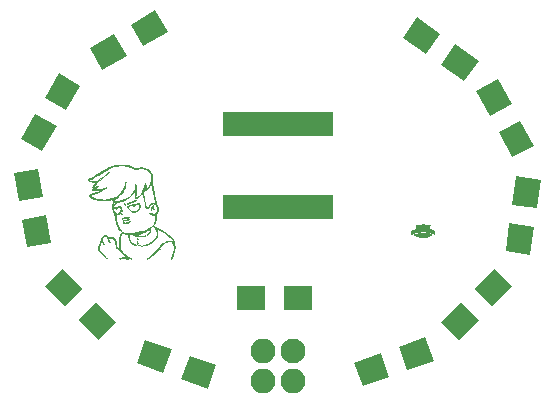
<source format=gbs>
G04 #@! TF.FileFunction,Soldermask,Bot*
%FSLAX46Y46*%
G04 Gerber Fmt 4.6, Leading zero omitted, Abs format (unit mm)*
G04 Created by KiCad (PCBNEW 4.0.7) date 06/18/18 14:14:14*
%MOMM*%
%LPD*%
G01*
G04 APERTURE LIST*
%ADD10C,0.100000*%
%ADD11C,0.010000*%
%ADD12C,2.100000*%
%ADD13O,2.100000X2.100000*%
%ADD14R,2.400000X2.000000*%
%ADD15R,0.831800X2.051000*%
G04 APERTURE END LIST*
D10*
D11*
G36*
X91040338Y-106516312D02*
X91156059Y-106702492D01*
X91219938Y-106920135D01*
X91227639Y-107141294D01*
X91174831Y-107338025D01*
X91169433Y-107348852D01*
X91127794Y-107444266D01*
X91082369Y-107569816D01*
X91040332Y-107701968D01*
X91008856Y-107817185D01*
X90995116Y-107891932D01*
X90999111Y-107907667D01*
X91027823Y-107873687D01*
X91044917Y-107833583D01*
X91073251Y-107756380D01*
X91121276Y-107629879D01*
X91169908Y-107503880D01*
X91258119Y-107190680D01*
X91270724Y-106902657D01*
X91231005Y-106709262D01*
X91201111Y-106589902D01*
X91211335Y-106515460D01*
X91228868Y-106488856D01*
X91233117Y-106476149D01*
X90953167Y-106416125D01*
X91040338Y-106516312D01*
X91040338Y-106516312D01*
G37*
X91040338Y-106516312D02*
X91156059Y-106702492D01*
X91219938Y-106920135D01*
X91227639Y-107141294D01*
X91174831Y-107338025D01*
X91169433Y-107348852D01*
X91127794Y-107444266D01*
X91082369Y-107569816D01*
X91040332Y-107701968D01*
X91008856Y-107817185D01*
X90995116Y-107891932D01*
X90999111Y-107907667D01*
X91027823Y-107873687D01*
X91044917Y-107833583D01*
X91073251Y-107756380D01*
X91121276Y-107629879D01*
X91169908Y-107503880D01*
X91258119Y-107190680D01*
X91270724Y-106902657D01*
X91231005Y-106709262D01*
X91201111Y-106589902D01*
X91211335Y-106515460D01*
X91228868Y-106488856D01*
X91233117Y-106476149D01*
X90953167Y-106416125D01*
X91040338Y-106516312D01*
G36*
X86417371Y-99971984D02*
X86193706Y-100010984D01*
X85966103Y-100080137D01*
X85721151Y-100184100D01*
X85445443Y-100327534D01*
X85125569Y-100515095D01*
X84872375Y-100672500D01*
X84573221Y-100856650D01*
X84331573Y-100994225D01*
X84137884Y-101090340D01*
X83982604Y-101150112D01*
X83978750Y-101151302D01*
X83912730Y-101197405D01*
X83918311Y-101260058D01*
X83989859Y-101321127D01*
X84037984Y-101341859D01*
X84154986Y-101367585D01*
X84314596Y-101384462D01*
X84427976Y-101388333D01*
X84684651Y-101388333D01*
X84485159Y-101590871D01*
X84354468Y-101735551D01*
X84293921Y-101833092D01*
X84303458Y-101883681D01*
X84383019Y-101887506D01*
X84391500Y-101885972D01*
X84478868Y-101876256D01*
X84487352Y-101892181D01*
X84416953Y-101928635D01*
X84391500Y-101938667D01*
X84312600Y-101992138D01*
X84285667Y-102048912D01*
X84294383Y-102081611D01*
X84330993Y-102099538D01*
X84411192Y-102104350D01*
X84550675Y-102097704D01*
X84666667Y-102089115D01*
X84834147Y-102078305D01*
X84964116Y-102074275D01*
X85037798Y-102077394D01*
X85047667Y-102081674D01*
X85010253Y-102115368D01*
X84909647Y-102167505D01*
X84763301Y-102230742D01*
X84588669Y-102297737D01*
X84403202Y-102361148D01*
X84328000Y-102384430D01*
X84167432Y-102439431D01*
X84051982Y-102492904D01*
X83999414Y-102536466D01*
X83998280Y-102540050D01*
X84026944Y-102595858D01*
X84119964Y-102667623D01*
X84260848Y-102746157D01*
X84433104Y-102822276D01*
X84620240Y-102886792D01*
X84621434Y-102887143D01*
X84816423Y-102925655D01*
X85062009Y-102947470D01*
X85325657Y-102951948D01*
X85574833Y-102938451D01*
X85763489Y-102909571D01*
X85878200Y-102887891D01*
X85957271Y-102891895D01*
X86005195Y-102932461D01*
X86026462Y-103020467D01*
X86025566Y-103166793D01*
X86006997Y-103382317D01*
X85997206Y-103475622D01*
X85986493Y-103626131D01*
X85999226Y-103730977D01*
X86043019Y-103827673D01*
X86080809Y-103887511D01*
X86175957Y-104094405D01*
X86233293Y-104353733D01*
X86268262Y-104568684D01*
X86309766Y-104775241D01*
X86353640Y-104957160D01*
X86395722Y-105098198D01*
X86431846Y-105182110D01*
X86449813Y-105198333D01*
X86480404Y-105233702D01*
X86487000Y-105279986D01*
X86514733Y-105356413D01*
X86585488Y-105460947D01*
X86637966Y-105521708D01*
X86788932Y-105681779D01*
X86690883Y-105852806D01*
X86648853Y-105934344D01*
X86620795Y-106017665D01*
X86603958Y-106122134D01*
X86595587Y-106267114D01*
X86592929Y-106471967D01*
X86592833Y-106542417D01*
X86590641Y-106777137D01*
X86581737Y-106935273D01*
X86562627Y-107024848D01*
X86529820Y-107053882D01*
X86479824Y-107030398D01*
X86409713Y-106963021D01*
X86340872Y-106850047D01*
X86317825Y-106693138D01*
X86317667Y-106674976D01*
X86294370Y-106500428D01*
X86216027Y-106326056D01*
X86191599Y-106286121D01*
X86112950Y-106170937D01*
X86048108Y-106111609D01*
X85969897Y-106089904D01*
X85895266Y-106087333D01*
X85779973Y-106086604D01*
X85703844Y-106084791D01*
X85694308Y-106084158D01*
X85654494Y-106113771D01*
X85647352Y-106129779D01*
X85664658Y-106157999D01*
X85750286Y-106159217D01*
X85815784Y-106150877D01*
X85940805Y-106139747D01*
X86020324Y-106160506D01*
X86089710Y-106221673D01*
X86200121Y-106399562D01*
X86263522Y-106626260D01*
X86275333Y-106781967D01*
X86288103Y-106910799D01*
X86334751Y-106988282D01*
X86370583Y-107014825D01*
X86440183Y-107066030D01*
X86555727Y-107159644D01*
X86700127Y-107281548D01*
X86831162Y-107395425D01*
X87196491Y-107717167D01*
X86974106Y-107742762D01*
X86825412Y-107770903D01*
X86697386Y-107813683D01*
X86652274Y-107838012D01*
X86596582Y-107888050D01*
X86609779Y-107905993D01*
X86681714Y-107890095D01*
X86763312Y-107857109D01*
X86866751Y-107827724D01*
X86952593Y-107855479D01*
X86955229Y-107857109D01*
X87040865Y-107886099D01*
X87165898Y-107902751D01*
X87300330Y-107906385D01*
X87414164Y-107896325D01*
X87477403Y-107871894D01*
X87479599Y-107868949D01*
X87463946Y-107828161D01*
X87403855Y-107794866D01*
X87330225Y-107751598D01*
X87214595Y-107664539D01*
X87076027Y-107548547D01*
X86996388Y-107477291D01*
X86843524Y-107330123D01*
X86738269Y-107203301D01*
X86671749Y-107074760D01*
X86635087Y-106922438D01*
X86619409Y-106724271D01*
X86616080Y-106531833D01*
X86633247Y-106224332D01*
X86689051Y-105988912D01*
X86776048Y-105831818D01*
X86823782Y-105780773D01*
X86875855Y-105759617D01*
X86958488Y-105765118D01*
X87092493Y-105792834D01*
X87333667Y-105846806D01*
X87333667Y-106006647D01*
X87371008Y-106255595D01*
X87481823Y-106464873D01*
X87516403Y-106505668D01*
X87616493Y-106588636D01*
X87751736Y-106669782D01*
X87890115Y-106732596D01*
X87999616Y-106760564D01*
X88011000Y-106760754D01*
X88016472Y-106747417D01*
X87955973Y-106716199D01*
X87913928Y-106699769D01*
X87672693Y-106574957D01*
X87501531Y-106404534D01*
X87402332Y-106191027D01*
X87376000Y-105980643D01*
X87382681Y-105881710D01*
X87420057Y-105841287D01*
X87514123Y-105833345D01*
X87523144Y-105833333D01*
X87661898Y-105856444D01*
X87800020Y-105912603D01*
X87808894Y-105917842D01*
X87922466Y-105973848D01*
X88020779Y-106001287D01*
X88032167Y-106001860D01*
X88087200Y-105994900D01*
X88063990Y-105968097D01*
X88054520Y-105961962D01*
X88018850Y-105927061D01*
X88058778Y-105899268D01*
X88075687Y-105893036D01*
X88402364Y-105772119D01*
X88668742Y-105662139D01*
X88866541Y-105566665D01*
X88953666Y-105514586D01*
X89084313Y-105444324D01*
X89167063Y-105436097D01*
X89198674Y-105480008D01*
X89175904Y-105566160D01*
X89095509Y-105684654D01*
X89031981Y-105753647D01*
X88939181Y-105852301D01*
X88899296Y-105906999D01*
X88913779Y-105912156D01*
X88984087Y-105862186D01*
X89009037Y-105841698D01*
X89148451Y-105691042D01*
X89218229Y-105535936D01*
X89219236Y-105417903D01*
X89213331Y-105320599D01*
X89262175Y-105252312D01*
X89305351Y-105221307D01*
X89397004Y-105173814D01*
X89472786Y-105179601D01*
X89522859Y-105203164D01*
X89647025Y-105313729D01*
X89734094Y-105478124D01*
X89778886Y-105671755D01*
X89776220Y-105870031D01*
X89720916Y-106048360D01*
X89706363Y-106074175D01*
X89520728Y-106305960D01*
X89273706Y-106507305D01*
X88987029Y-106663891D01*
X88682430Y-106761399D01*
X88655294Y-106766711D01*
X88455500Y-106803702D01*
X88650508Y-106790069D01*
X88868969Y-106746151D01*
X89101392Y-106651730D01*
X89328599Y-106519795D01*
X89531416Y-106363334D01*
X89690665Y-106195337D01*
X89787172Y-106028792D01*
X89791089Y-106017504D01*
X89819401Y-105856224D01*
X89818208Y-105666866D01*
X89789177Y-105494650D01*
X89769809Y-105439937D01*
X89755856Y-105398221D01*
X89774990Y-105386697D01*
X89843431Y-105405734D01*
X89946508Y-105443945D01*
X90202327Y-105567153D01*
X90477947Y-105743885D01*
X90748562Y-105955704D01*
X90989365Y-106184171D01*
X91081309Y-106287403D01*
X91234821Y-106471053D01*
X91241305Y-106451661D01*
X91219592Y-106397505D01*
X91155767Y-106315446D01*
X91041869Y-106194540D01*
X90942414Y-106095072D01*
X90629626Y-105814630D01*
X90318108Y-105589913D01*
X90021441Y-105430287D01*
X89920827Y-105390536D01*
X89769296Y-105321005D01*
X89623573Y-105230140D01*
X89604818Y-105215758D01*
X89462640Y-105102312D01*
X89572450Y-104906906D01*
X89639545Y-104764617D01*
X89673185Y-104620241D01*
X89682706Y-104433421D01*
X89682713Y-104430194D01*
X89689315Y-104258871D01*
X89712236Y-104146406D01*
X89757160Y-104067660D01*
X89767370Y-104055846D01*
X89820141Y-103949327D01*
X89847623Y-103795739D01*
X89848768Y-103673073D01*
X89792323Y-103673073D01*
X89780141Y-103842907D01*
X89724134Y-103979250D01*
X89706200Y-104001244D01*
X89571386Y-104094714D01*
X89416499Y-104124807D01*
X89270589Y-104086660D01*
X89254440Y-104076859D01*
X89172639Y-104033511D01*
X89125547Y-104027360D01*
X89125226Y-104027662D01*
X89137611Y-104060532D01*
X89207170Y-104102961D01*
X89308848Y-104144340D01*
X89417590Y-104174064D01*
X89490565Y-104182333D01*
X89619667Y-104182333D01*
X89619667Y-104444134D01*
X89588941Y-104723413D01*
X89492757Y-104954645D01*
X89325103Y-105150068D01*
X89238903Y-105219326D01*
X89056188Y-105343280D01*
X88869559Y-105445837D01*
X88663367Y-105532596D01*
X88421963Y-105609156D01*
X88129698Y-105681116D01*
X87770922Y-105754075D01*
X87714667Y-105764655D01*
X87592628Y-105776048D01*
X87437993Y-105775440D01*
X87277285Y-105764897D01*
X87137026Y-105746487D01*
X87043739Y-105722278D01*
X87024961Y-105710894D01*
X86943368Y-105669134D01*
X86905166Y-105664000D01*
X86834417Y-105631531D01*
X86741004Y-105549844D01*
X86645495Y-105442523D01*
X86568453Y-105333148D01*
X86530445Y-105245301D01*
X86529333Y-105233047D01*
X86511638Y-105168482D01*
X86490527Y-105156000D01*
X86463826Y-105117630D01*
X86427733Y-105015968D01*
X86387077Y-104871185D01*
X86346687Y-104703453D01*
X86311392Y-104532945D01*
X86286020Y-104379831D01*
X86275401Y-104264284D01*
X86275333Y-104257047D01*
X86281693Y-104159217D01*
X86312247Y-104124154D01*
X86377395Y-104128918D01*
X86488897Y-104127618D01*
X86555084Y-104106105D01*
X86665984Y-104086385D01*
X86728189Y-104100843D01*
X86808146Y-104123925D01*
X86818166Y-104110357D01*
X86760435Y-104067836D01*
X86710980Y-104040280D01*
X86596294Y-103980190D01*
X86742730Y-103886257D01*
X86816508Y-103834567D01*
X86834018Y-103812296D01*
X86820215Y-103814698D01*
X86772185Y-103810676D01*
X86742717Y-103748607D01*
X86740302Y-103734808D01*
X86696887Y-103734808D01*
X86689540Y-103829710D01*
X86665014Y-103882965D01*
X86655286Y-103886000D01*
X86609784Y-103921043D01*
X86571667Y-103991833D01*
X86515917Y-104075566D01*
X86428660Y-104092780D01*
X86308300Y-104053007D01*
X86216608Y-103986588D01*
X86127991Y-103884528D01*
X86060606Y-103773459D01*
X86032607Y-103680014D01*
X86036309Y-103654034D01*
X86084539Y-103611462D01*
X86164667Y-103591104D01*
X86240363Y-103596308D01*
X86275295Y-103630423D01*
X86275333Y-103632000D01*
X86309622Y-103669557D01*
X86338833Y-103674333D01*
X86395162Y-103650994D01*
X86402333Y-103631092D01*
X86436713Y-103583964D01*
X86511198Y-103538249D01*
X86597799Y-103510266D01*
X86647148Y-103533567D01*
X86658717Y-103549740D01*
X86686723Y-103630679D01*
X86696887Y-103734808D01*
X86740302Y-103734808D01*
X86728525Y-103667539D01*
X86709055Y-103555222D01*
X86688523Y-103483954D01*
X86683367Y-103475589D01*
X86633462Y-103471066D01*
X86524028Y-103480674D01*
X86378634Y-103502335D01*
X86376867Y-103502642D01*
X86218257Y-103526766D01*
X86123024Y-103530440D01*
X86072302Y-103513318D01*
X86057707Y-103496806D01*
X86030035Y-103442232D01*
X86038578Y-103398061D01*
X86095540Y-103346322D01*
X86211833Y-103269863D01*
X86318345Y-103197645D01*
X86387485Y-103141375D01*
X86402333Y-103121012D01*
X86440169Y-103099505D01*
X86464869Y-103093598D01*
X86375818Y-103093598D01*
X86259715Y-103193465D01*
X86157137Y-103268440D01*
X86091025Y-103290269D01*
X86071885Y-103257024D01*
X86080304Y-103226371D01*
X86103432Y-103136293D01*
X86106000Y-103106703D01*
X86143157Y-103071329D01*
X86240909Y-103073797D01*
X86375818Y-103093598D01*
X86464869Y-103093598D01*
X86536547Y-103076457D01*
X86605224Y-103065660D01*
X86868791Y-103000768D01*
X87137305Y-102882366D01*
X87392626Y-102723365D01*
X87616611Y-102536674D01*
X87791117Y-102335204D01*
X87891466Y-102150333D01*
X87962432Y-101959833D01*
X87965550Y-102111523D01*
X87958662Y-102241001D01*
X87937634Y-102406272D01*
X87920287Y-102504115D01*
X87897743Y-102637447D01*
X87889302Y-102734031D01*
X87894125Y-102767236D01*
X87961807Y-102779242D01*
X88072561Y-102739740D01*
X88209453Y-102656950D01*
X88345910Y-102547838D01*
X88447443Y-102458107D01*
X88515119Y-102413691D01*
X88559612Y-102422640D01*
X88591598Y-102492998D01*
X88621753Y-102632815D01*
X88647250Y-102774984D01*
X88675932Y-102919760D01*
X88701780Y-103021997D01*
X88719886Y-103062801D01*
X88721867Y-103062244D01*
X88723131Y-103014641D01*
X88709763Y-102903967D01*
X88684416Y-102750037D01*
X88669193Y-102668764D01*
X88635484Y-102488233D01*
X88619245Y-102363292D01*
X88621098Y-102266556D01*
X88641665Y-102170641D01*
X88681566Y-102048163D01*
X88683396Y-102042837D01*
X88730339Y-101908906D01*
X88756437Y-101848598D01*
X88767987Y-101855335D01*
X88771285Y-101922543D01*
X88771582Y-101950739D01*
X88776884Y-102052439D01*
X88798527Y-102086619D01*
X88848863Y-102070333D01*
X88855619Y-102066763D01*
X88921759Y-102010690D01*
X89014315Y-101907075D01*
X89108762Y-101784412D01*
X89206211Y-101659487D01*
X89271995Y-101599573D01*
X89299877Y-101604888D01*
X89314253Y-101664504D01*
X89340945Y-101792211D01*
X89376915Y-101972838D01*
X89419127Y-102191215D01*
X89451435Y-102362000D01*
X89496553Y-102600057D01*
X89537839Y-102813137D01*
X89572170Y-102985484D01*
X89596422Y-103101339D01*
X89605717Y-103140348D01*
X89610756Y-103194875D01*
X89565465Y-103202567D01*
X89516890Y-103192050D01*
X89370493Y-103193973D01*
X89222036Y-103255740D01*
X89104744Y-103360231D01*
X89068103Y-103423303D01*
X89002332Y-103517968D01*
X88922582Y-103554918D01*
X88851994Y-103533465D01*
X88813704Y-103452921D01*
X88811991Y-103430917D01*
X88803350Y-103365195D01*
X88787139Y-103368144D01*
X88786691Y-103369233D01*
X88778955Y-103451503D01*
X88789324Y-103521943D01*
X88827892Y-103593755D01*
X88910987Y-103615648D01*
X88941528Y-103615377D01*
X89039530Y-103594707D01*
X89069237Y-103539110D01*
X89095545Y-103460367D01*
X89159751Y-103362621D01*
X89169681Y-103350727D01*
X89302376Y-103252516D01*
X89452811Y-103228312D01*
X89598737Y-103277764D01*
X89688657Y-103358950D01*
X89761542Y-103501253D01*
X89792323Y-103673073D01*
X89848768Y-103673073D01*
X89849191Y-103627871D01*
X89824219Y-103478513D01*
X89780085Y-103388764D01*
X89756758Y-103361286D01*
X89737123Y-103331713D01*
X89718550Y-103289625D01*
X89698407Y-103224602D01*
X89674065Y-103126224D01*
X89642891Y-102984071D01*
X89602254Y-102787724D01*
X89549525Y-102526762D01*
X89499448Y-102277333D01*
X89457057Y-102069262D01*
X89415371Y-101870029D01*
X89380387Y-101708047D01*
X89364845Y-101639440D01*
X89342398Y-101387987D01*
X89358573Y-101271929D01*
X89372432Y-101065461D01*
X89306069Y-101065461D01*
X89300044Y-101199714D01*
X89265372Y-101340555D01*
X89220496Y-101460721D01*
X89157564Y-101590580D01*
X89084865Y-101718394D01*
X89010688Y-101832425D01*
X88943323Y-101920936D01*
X88891059Y-101972189D01*
X88862184Y-101974445D01*
X88864989Y-101915969D01*
X88868202Y-101902953D01*
X88872460Y-101832004D01*
X88853704Y-101811667D01*
X88828166Y-101774485D01*
X88815603Y-101683256D01*
X88815333Y-101665998D01*
X88804116Y-101560554D01*
X88776735Y-101497041D01*
X88773000Y-101494167D01*
X88743260Y-101510982D01*
X88730720Y-101594155D01*
X88730667Y-101601569D01*
X88704887Y-101812057D01*
X88634501Y-102030946D01*
X88529937Y-102242448D01*
X88401625Y-102430774D01*
X88259993Y-102580134D01*
X88115472Y-102674738D01*
X88004875Y-102700388D01*
X87962130Y-102687884D01*
X87954339Y-102635389D01*
X87972115Y-102541917D01*
X87992983Y-102397878D01*
X88003381Y-102211210D01*
X88003430Y-102012336D01*
X87993254Y-101831678D01*
X87972974Y-101699659D01*
X87968667Y-101684667D01*
X87947218Y-101628532D01*
X87936230Y-101641045D01*
X87931229Y-101729701D01*
X87930763Y-101748167D01*
X87887773Y-102016747D01*
X87780512Y-102277122D01*
X87622948Y-102496202D01*
X87608833Y-102510708D01*
X87434682Y-102655064D01*
X87223588Y-102783214D01*
X86991493Y-102890317D01*
X86754337Y-102971531D01*
X86528064Y-103022015D01*
X86328614Y-103036929D01*
X86171929Y-103011431D01*
X86098750Y-102969272D01*
X86030773Y-102888801D01*
X86039854Y-102841205D01*
X86111184Y-102827667D01*
X86172868Y-102835884D01*
X86162714Y-102875059D01*
X86142934Y-102901373D01*
X86139294Y-102916567D01*
X86185179Y-102886242D01*
X86267231Y-102821575D01*
X86285228Y-102806500D01*
X86233000Y-102806500D01*
X86211833Y-102827667D01*
X86190667Y-102806500D01*
X86211833Y-102785333D01*
X86233000Y-102806500D01*
X86285228Y-102806500D01*
X86372091Y-102733743D01*
X86486404Y-102633922D01*
X86596810Y-102533290D01*
X86686359Y-102446667D01*
X86799448Y-102311973D01*
X86904251Y-102155134D01*
X86930172Y-102108000D01*
X86981207Y-101988426D01*
X87031313Y-101839060D01*
X87074614Y-101682843D01*
X87105233Y-101542714D01*
X87117295Y-101441613D01*
X87110294Y-101404849D01*
X87093168Y-101432500D01*
X87067035Y-101523443D01*
X87039161Y-101650212D01*
X86934178Y-101996570D01*
X86767761Y-102291986D01*
X86544517Y-102530001D01*
X86296500Y-102690952D01*
X86001653Y-102802270D01*
X85660499Y-102874717D01*
X85301371Y-102905973D01*
X84952602Y-102893719D01*
X84642528Y-102835637D01*
X84618209Y-102828308D01*
X84449664Y-102768414D01*
X84295089Y-102700805D01*
X84168690Y-102633570D01*
X84084674Y-102574796D01*
X84057246Y-102532569D01*
X84074000Y-102518500D01*
X84146817Y-102497189D01*
X84271275Y-102460835D01*
X84391500Y-102425751D01*
X84594587Y-102355634D01*
X84814801Y-102262127D01*
X85026257Y-102157808D01*
X85203071Y-102055258D01*
X85217831Y-102044500D01*
X85132333Y-102044500D01*
X85111167Y-102065667D01*
X85090000Y-102044500D01*
X85111167Y-102023333D01*
X85132333Y-102044500D01*
X85217831Y-102044500D01*
X85301667Y-101983396D01*
X85364644Y-101925943D01*
X85364004Y-101914680D01*
X85316772Y-101935346D01*
X85236466Y-101959003D01*
X85098974Y-101985551D01*
X84927540Y-102012013D01*
X84745407Y-102035417D01*
X84575817Y-102052788D01*
X84442013Y-102061153D01*
X84367238Y-102057536D01*
X84365642Y-102057047D01*
X84372358Y-102029891D01*
X84439653Y-101975117D01*
X84553100Y-101904386D01*
X84557825Y-101901710D01*
X84690578Y-101820994D01*
X84764456Y-101764001D01*
X84775433Y-101736136D01*
X84719483Y-101742803D01*
X84661955Y-101761950D01*
X84506226Y-101816366D01*
X84413689Y-101837817D01*
X84384002Y-101821131D01*
X84416821Y-101761138D01*
X84511803Y-101652666D01*
X84645500Y-101514057D01*
X84826984Y-101337420D01*
X85032947Y-101149848D01*
X85231034Y-100980351D01*
X85321208Y-100908196D01*
X85516706Y-100756131D01*
X85648614Y-100651248D01*
X85721058Y-100589903D01*
X85738161Y-100568452D01*
X85704049Y-100583251D01*
X85661500Y-100607551D01*
X85533701Y-100691767D01*
X85365372Y-100815000D01*
X85179123Y-100959854D01*
X84997560Y-101108934D01*
X84899500Y-101193864D01*
X84799507Y-101276487D01*
X84714021Y-101321521D01*
X84609983Y-101340080D01*
X84455000Y-101343278D01*
X84288379Y-101333908D01*
X84137358Y-101310730D01*
X84052833Y-101285662D01*
X83971885Y-101245521D01*
X83962186Y-101220581D01*
X84010500Y-101197198D01*
X84186854Y-101125630D01*
X84359689Y-101043197D01*
X84549594Y-100938930D01*
X84777160Y-100801864D01*
X84914709Y-100715573D01*
X85288361Y-100486018D01*
X85608649Y-100306401D01*
X85887221Y-100172418D01*
X86135722Y-100079766D01*
X86365800Y-100024141D01*
X86589100Y-100001241D01*
X86817271Y-100006760D01*
X86830204Y-100007804D01*
X87212513Y-100062294D01*
X87523886Y-100156741D01*
X87737516Y-100270375D01*
X87840751Y-100335867D01*
X87911123Y-100357028D01*
X87984558Y-100338883D01*
X88041493Y-100312911D01*
X88056038Y-100308833D01*
X87926333Y-100308833D01*
X87905167Y-100330000D01*
X87884000Y-100308833D01*
X87905167Y-100287667D01*
X87926333Y-100308833D01*
X88056038Y-100308833D01*
X88256669Y-100252584D01*
X88501891Y-100252724D01*
X88749445Y-100311896D01*
X88849066Y-100354809D01*
X89037412Y-100470856D01*
X89164294Y-100610562D01*
X89248543Y-100798170D01*
X89278177Y-100907273D01*
X89306069Y-101065461D01*
X89372432Y-101065461D01*
X89375539Y-101019175D01*
X89321640Y-100767250D01*
X89204578Y-100541758D01*
X89104528Y-100427270D01*
X88911146Y-100298380D01*
X88668537Y-100214599D01*
X88402312Y-100181443D01*
X88138079Y-100204422D01*
X88104508Y-100211992D01*
X88001693Y-100231678D01*
X87912613Y-100229145D01*
X87808968Y-100199084D01*
X87662456Y-100136191D01*
X87636425Y-100124240D01*
X87482879Y-100059296D01*
X87341094Y-100016225D01*
X87181609Y-99988632D01*
X86974962Y-99970121D01*
X86906522Y-99965807D01*
X86650506Y-99958478D01*
X86417371Y-99971984D01*
X86417371Y-99971984D01*
G37*
X86417371Y-99971984D02*
X86193706Y-100010984D01*
X85966103Y-100080137D01*
X85721151Y-100184100D01*
X85445443Y-100327534D01*
X85125569Y-100515095D01*
X84872375Y-100672500D01*
X84573221Y-100856650D01*
X84331573Y-100994225D01*
X84137884Y-101090340D01*
X83982604Y-101150112D01*
X83978750Y-101151302D01*
X83912730Y-101197405D01*
X83918311Y-101260058D01*
X83989859Y-101321127D01*
X84037984Y-101341859D01*
X84154986Y-101367585D01*
X84314596Y-101384462D01*
X84427976Y-101388333D01*
X84684651Y-101388333D01*
X84485159Y-101590871D01*
X84354468Y-101735551D01*
X84293921Y-101833092D01*
X84303458Y-101883681D01*
X84383019Y-101887506D01*
X84391500Y-101885972D01*
X84478868Y-101876256D01*
X84487352Y-101892181D01*
X84416953Y-101928635D01*
X84391500Y-101938667D01*
X84312600Y-101992138D01*
X84285667Y-102048912D01*
X84294383Y-102081611D01*
X84330993Y-102099538D01*
X84411192Y-102104350D01*
X84550675Y-102097704D01*
X84666667Y-102089115D01*
X84834147Y-102078305D01*
X84964116Y-102074275D01*
X85037798Y-102077394D01*
X85047667Y-102081674D01*
X85010253Y-102115368D01*
X84909647Y-102167505D01*
X84763301Y-102230742D01*
X84588669Y-102297737D01*
X84403202Y-102361148D01*
X84328000Y-102384430D01*
X84167432Y-102439431D01*
X84051982Y-102492904D01*
X83999414Y-102536466D01*
X83998280Y-102540050D01*
X84026944Y-102595858D01*
X84119964Y-102667623D01*
X84260848Y-102746157D01*
X84433104Y-102822276D01*
X84620240Y-102886792D01*
X84621434Y-102887143D01*
X84816423Y-102925655D01*
X85062009Y-102947470D01*
X85325657Y-102951948D01*
X85574833Y-102938451D01*
X85763489Y-102909571D01*
X85878200Y-102887891D01*
X85957271Y-102891895D01*
X86005195Y-102932461D01*
X86026462Y-103020467D01*
X86025566Y-103166793D01*
X86006997Y-103382317D01*
X85997206Y-103475622D01*
X85986493Y-103626131D01*
X85999226Y-103730977D01*
X86043019Y-103827673D01*
X86080809Y-103887511D01*
X86175957Y-104094405D01*
X86233293Y-104353733D01*
X86268262Y-104568684D01*
X86309766Y-104775241D01*
X86353640Y-104957160D01*
X86395722Y-105098198D01*
X86431846Y-105182110D01*
X86449813Y-105198333D01*
X86480404Y-105233702D01*
X86487000Y-105279986D01*
X86514733Y-105356413D01*
X86585488Y-105460947D01*
X86637966Y-105521708D01*
X86788932Y-105681779D01*
X86690883Y-105852806D01*
X86648853Y-105934344D01*
X86620795Y-106017665D01*
X86603958Y-106122134D01*
X86595587Y-106267114D01*
X86592929Y-106471967D01*
X86592833Y-106542417D01*
X86590641Y-106777137D01*
X86581737Y-106935273D01*
X86562627Y-107024848D01*
X86529820Y-107053882D01*
X86479824Y-107030398D01*
X86409713Y-106963021D01*
X86340872Y-106850047D01*
X86317825Y-106693138D01*
X86317667Y-106674976D01*
X86294370Y-106500428D01*
X86216027Y-106326056D01*
X86191599Y-106286121D01*
X86112950Y-106170937D01*
X86048108Y-106111609D01*
X85969897Y-106089904D01*
X85895266Y-106087333D01*
X85779973Y-106086604D01*
X85703844Y-106084791D01*
X85694308Y-106084158D01*
X85654494Y-106113771D01*
X85647352Y-106129779D01*
X85664658Y-106157999D01*
X85750286Y-106159217D01*
X85815784Y-106150877D01*
X85940805Y-106139747D01*
X86020324Y-106160506D01*
X86089710Y-106221673D01*
X86200121Y-106399562D01*
X86263522Y-106626260D01*
X86275333Y-106781967D01*
X86288103Y-106910799D01*
X86334751Y-106988282D01*
X86370583Y-107014825D01*
X86440183Y-107066030D01*
X86555727Y-107159644D01*
X86700127Y-107281548D01*
X86831162Y-107395425D01*
X87196491Y-107717167D01*
X86974106Y-107742762D01*
X86825412Y-107770903D01*
X86697386Y-107813683D01*
X86652274Y-107838012D01*
X86596582Y-107888050D01*
X86609779Y-107905993D01*
X86681714Y-107890095D01*
X86763312Y-107857109D01*
X86866751Y-107827724D01*
X86952593Y-107855479D01*
X86955229Y-107857109D01*
X87040865Y-107886099D01*
X87165898Y-107902751D01*
X87300330Y-107906385D01*
X87414164Y-107896325D01*
X87477403Y-107871894D01*
X87479599Y-107868949D01*
X87463946Y-107828161D01*
X87403855Y-107794866D01*
X87330225Y-107751598D01*
X87214595Y-107664539D01*
X87076027Y-107548547D01*
X86996388Y-107477291D01*
X86843524Y-107330123D01*
X86738269Y-107203301D01*
X86671749Y-107074760D01*
X86635087Y-106922438D01*
X86619409Y-106724271D01*
X86616080Y-106531833D01*
X86633247Y-106224332D01*
X86689051Y-105988912D01*
X86776048Y-105831818D01*
X86823782Y-105780773D01*
X86875855Y-105759617D01*
X86958488Y-105765118D01*
X87092493Y-105792834D01*
X87333667Y-105846806D01*
X87333667Y-106006647D01*
X87371008Y-106255595D01*
X87481823Y-106464873D01*
X87516403Y-106505668D01*
X87616493Y-106588636D01*
X87751736Y-106669782D01*
X87890115Y-106732596D01*
X87999616Y-106760564D01*
X88011000Y-106760754D01*
X88016472Y-106747417D01*
X87955973Y-106716199D01*
X87913928Y-106699769D01*
X87672693Y-106574957D01*
X87501531Y-106404534D01*
X87402332Y-106191027D01*
X87376000Y-105980643D01*
X87382681Y-105881710D01*
X87420057Y-105841287D01*
X87514123Y-105833345D01*
X87523144Y-105833333D01*
X87661898Y-105856444D01*
X87800020Y-105912603D01*
X87808894Y-105917842D01*
X87922466Y-105973848D01*
X88020779Y-106001287D01*
X88032167Y-106001860D01*
X88087200Y-105994900D01*
X88063990Y-105968097D01*
X88054520Y-105961962D01*
X88018850Y-105927061D01*
X88058778Y-105899268D01*
X88075687Y-105893036D01*
X88402364Y-105772119D01*
X88668742Y-105662139D01*
X88866541Y-105566665D01*
X88953666Y-105514586D01*
X89084313Y-105444324D01*
X89167063Y-105436097D01*
X89198674Y-105480008D01*
X89175904Y-105566160D01*
X89095509Y-105684654D01*
X89031981Y-105753647D01*
X88939181Y-105852301D01*
X88899296Y-105906999D01*
X88913779Y-105912156D01*
X88984087Y-105862186D01*
X89009037Y-105841698D01*
X89148451Y-105691042D01*
X89218229Y-105535936D01*
X89219236Y-105417903D01*
X89213331Y-105320599D01*
X89262175Y-105252312D01*
X89305351Y-105221307D01*
X89397004Y-105173814D01*
X89472786Y-105179601D01*
X89522859Y-105203164D01*
X89647025Y-105313729D01*
X89734094Y-105478124D01*
X89778886Y-105671755D01*
X89776220Y-105870031D01*
X89720916Y-106048360D01*
X89706363Y-106074175D01*
X89520728Y-106305960D01*
X89273706Y-106507305D01*
X88987029Y-106663891D01*
X88682430Y-106761399D01*
X88655294Y-106766711D01*
X88455500Y-106803702D01*
X88650508Y-106790069D01*
X88868969Y-106746151D01*
X89101392Y-106651730D01*
X89328599Y-106519795D01*
X89531416Y-106363334D01*
X89690665Y-106195337D01*
X89787172Y-106028792D01*
X89791089Y-106017504D01*
X89819401Y-105856224D01*
X89818208Y-105666866D01*
X89789177Y-105494650D01*
X89769809Y-105439937D01*
X89755856Y-105398221D01*
X89774990Y-105386697D01*
X89843431Y-105405734D01*
X89946508Y-105443945D01*
X90202327Y-105567153D01*
X90477947Y-105743885D01*
X90748562Y-105955704D01*
X90989365Y-106184171D01*
X91081309Y-106287403D01*
X91234821Y-106471053D01*
X91241305Y-106451661D01*
X91219592Y-106397505D01*
X91155767Y-106315446D01*
X91041869Y-106194540D01*
X90942414Y-106095072D01*
X90629626Y-105814630D01*
X90318108Y-105589913D01*
X90021441Y-105430287D01*
X89920827Y-105390536D01*
X89769296Y-105321005D01*
X89623573Y-105230140D01*
X89604818Y-105215758D01*
X89462640Y-105102312D01*
X89572450Y-104906906D01*
X89639545Y-104764617D01*
X89673185Y-104620241D01*
X89682706Y-104433421D01*
X89682713Y-104430194D01*
X89689315Y-104258871D01*
X89712236Y-104146406D01*
X89757160Y-104067660D01*
X89767370Y-104055846D01*
X89820141Y-103949327D01*
X89847623Y-103795739D01*
X89848768Y-103673073D01*
X89792323Y-103673073D01*
X89780141Y-103842907D01*
X89724134Y-103979250D01*
X89706200Y-104001244D01*
X89571386Y-104094714D01*
X89416499Y-104124807D01*
X89270589Y-104086660D01*
X89254440Y-104076859D01*
X89172639Y-104033511D01*
X89125547Y-104027360D01*
X89125226Y-104027662D01*
X89137611Y-104060532D01*
X89207170Y-104102961D01*
X89308848Y-104144340D01*
X89417590Y-104174064D01*
X89490565Y-104182333D01*
X89619667Y-104182333D01*
X89619667Y-104444134D01*
X89588941Y-104723413D01*
X89492757Y-104954645D01*
X89325103Y-105150068D01*
X89238903Y-105219326D01*
X89056188Y-105343280D01*
X88869559Y-105445837D01*
X88663367Y-105532596D01*
X88421963Y-105609156D01*
X88129698Y-105681116D01*
X87770922Y-105754075D01*
X87714667Y-105764655D01*
X87592628Y-105776048D01*
X87437993Y-105775440D01*
X87277285Y-105764897D01*
X87137026Y-105746487D01*
X87043739Y-105722278D01*
X87024961Y-105710894D01*
X86943368Y-105669134D01*
X86905166Y-105664000D01*
X86834417Y-105631531D01*
X86741004Y-105549844D01*
X86645495Y-105442523D01*
X86568453Y-105333148D01*
X86530445Y-105245301D01*
X86529333Y-105233047D01*
X86511638Y-105168482D01*
X86490527Y-105156000D01*
X86463826Y-105117630D01*
X86427733Y-105015968D01*
X86387077Y-104871185D01*
X86346687Y-104703453D01*
X86311392Y-104532945D01*
X86286020Y-104379831D01*
X86275401Y-104264284D01*
X86275333Y-104257047D01*
X86281693Y-104159217D01*
X86312247Y-104124154D01*
X86377395Y-104128918D01*
X86488897Y-104127618D01*
X86555084Y-104106105D01*
X86665984Y-104086385D01*
X86728189Y-104100843D01*
X86808146Y-104123925D01*
X86818166Y-104110357D01*
X86760435Y-104067836D01*
X86710980Y-104040280D01*
X86596294Y-103980190D01*
X86742730Y-103886257D01*
X86816508Y-103834567D01*
X86834018Y-103812296D01*
X86820215Y-103814698D01*
X86772185Y-103810676D01*
X86742717Y-103748607D01*
X86740302Y-103734808D01*
X86696887Y-103734808D01*
X86689540Y-103829710D01*
X86665014Y-103882965D01*
X86655286Y-103886000D01*
X86609784Y-103921043D01*
X86571667Y-103991833D01*
X86515917Y-104075566D01*
X86428660Y-104092780D01*
X86308300Y-104053007D01*
X86216608Y-103986588D01*
X86127991Y-103884528D01*
X86060606Y-103773459D01*
X86032607Y-103680014D01*
X86036309Y-103654034D01*
X86084539Y-103611462D01*
X86164667Y-103591104D01*
X86240363Y-103596308D01*
X86275295Y-103630423D01*
X86275333Y-103632000D01*
X86309622Y-103669557D01*
X86338833Y-103674333D01*
X86395162Y-103650994D01*
X86402333Y-103631092D01*
X86436713Y-103583964D01*
X86511198Y-103538249D01*
X86597799Y-103510266D01*
X86647148Y-103533567D01*
X86658717Y-103549740D01*
X86686723Y-103630679D01*
X86696887Y-103734808D01*
X86740302Y-103734808D01*
X86728525Y-103667539D01*
X86709055Y-103555222D01*
X86688523Y-103483954D01*
X86683367Y-103475589D01*
X86633462Y-103471066D01*
X86524028Y-103480674D01*
X86378634Y-103502335D01*
X86376867Y-103502642D01*
X86218257Y-103526766D01*
X86123024Y-103530440D01*
X86072302Y-103513318D01*
X86057707Y-103496806D01*
X86030035Y-103442232D01*
X86038578Y-103398061D01*
X86095540Y-103346322D01*
X86211833Y-103269863D01*
X86318345Y-103197645D01*
X86387485Y-103141375D01*
X86402333Y-103121012D01*
X86440169Y-103099505D01*
X86464869Y-103093598D01*
X86375818Y-103093598D01*
X86259715Y-103193465D01*
X86157137Y-103268440D01*
X86091025Y-103290269D01*
X86071885Y-103257024D01*
X86080304Y-103226371D01*
X86103432Y-103136293D01*
X86106000Y-103106703D01*
X86143157Y-103071329D01*
X86240909Y-103073797D01*
X86375818Y-103093598D01*
X86464869Y-103093598D01*
X86536547Y-103076457D01*
X86605224Y-103065660D01*
X86868791Y-103000768D01*
X87137305Y-102882366D01*
X87392626Y-102723365D01*
X87616611Y-102536674D01*
X87791117Y-102335204D01*
X87891466Y-102150333D01*
X87962432Y-101959833D01*
X87965550Y-102111523D01*
X87958662Y-102241001D01*
X87937634Y-102406272D01*
X87920287Y-102504115D01*
X87897743Y-102637447D01*
X87889302Y-102734031D01*
X87894125Y-102767236D01*
X87961807Y-102779242D01*
X88072561Y-102739740D01*
X88209453Y-102656950D01*
X88345910Y-102547838D01*
X88447443Y-102458107D01*
X88515119Y-102413691D01*
X88559612Y-102422640D01*
X88591598Y-102492998D01*
X88621753Y-102632815D01*
X88647250Y-102774984D01*
X88675932Y-102919760D01*
X88701780Y-103021997D01*
X88719886Y-103062801D01*
X88721867Y-103062244D01*
X88723131Y-103014641D01*
X88709763Y-102903967D01*
X88684416Y-102750037D01*
X88669193Y-102668764D01*
X88635484Y-102488233D01*
X88619245Y-102363292D01*
X88621098Y-102266556D01*
X88641665Y-102170641D01*
X88681566Y-102048163D01*
X88683396Y-102042837D01*
X88730339Y-101908906D01*
X88756437Y-101848598D01*
X88767987Y-101855335D01*
X88771285Y-101922543D01*
X88771582Y-101950739D01*
X88776884Y-102052439D01*
X88798527Y-102086619D01*
X88848863Y-102070333D01*
X88855619Y-102066763D01*
X88921759Y-102010690D01*
X89014315Y-101907075D01*
X89108762Y-101784412D01*
X89206211Y-101659487D01*
X89271995Y-101599573D01*
X89299877Y-101604888D01*
X89314253Y-101664504D01*
X89340945Y-101792211D01*
X89376915Y-101972838D01*
X89419127Y-102191215D01*
X89451435Y-102362000D01*
X89496553Y-102600057D01*
X89537839Y-102813137D01*
X89572170Y-102985484D01*
X89596422Y-103101339D01*
X89605717Y-103140348D01*
X89610756Y-103194875D01*
X89565465Y-103202567D01*
X89516890Y-103192050D01*
X89370493Y-103193973D01*
X89222036Y-103255740D01*
X89104744Y-103360231D01*
X89068103Y-103423303D01*
X89002332Y-103517968D01*
X88922582Y-103554918D01*
X88851994Y-103533465D01*
X88813704Y-103452921D01*
X88811991Y-103430917D01*
X88803350Y-103365195D01*
X88787139Y-103368144D01*
X88786691Y-103369233D01*
X88778955Y-103451503D01*
X88789324Y-103521943D01*
X88827892Y-103593755D01*
X88910987Y-103615648D01*
X88941528Y-103615377D01*
X89039530Y-103594707D01*
X89069237Y-103539110D01*
X89095545Y-103460367D01*
X89159751Y-103362621D01*
X89169681Y-103350727D01*
X89302376Y-103252516D01*
X89452811Y-103228312D01*
X89598737Y-103277764D01*
X89688657Y-103358950D01*
X89761542Y-103501253D01*
X89792323Y-103673073D01*
X89848768Y-103673073D01*
X89849191Y-103627871D01*
X89824219Y-103478513D01*
X89780085Y-103388764D01*
X89756758Y-103361286D01*
X89737123Y-103331713D01*
X89718550Y-103289625D01*
X89698407Y-103224602D01*
X89674065Y-103126224D01*
X89642891Y-102984071D01*
X89602254Y-102787724D01*
X89549525Y-102526762D01*
X89499448Y-102277333D01*
X89457057Y-102069262D01*
X89415371Y-101870029D01*
X89380387Y-101708047D01*
X89364845Y-101639440D01*
X89342398Y-101387987D01*
X89358573Y-101271929D01*
X89372432Y-101065461D01*
X89306069Y-101065461D01*
X89300044Y-101199714D01*
X89265372Y-101340555D01*
X89220496Y-101460721D01*
X89157564Y-101590580D01*
X89084865Y-101718394D01*
X89010688Y-101832425D01*
X88943323Y-101920936D01*
X88891059Y-101972189D01*
X88862184Y-101974445D01*
X88864989Y-101915969D01*
X88868202Y-101902953D01*
X88872460Y-101832004D01*
X88853704Y-101811667D01*
X88828166Y-101774485D01*
X88815603Y-101683256D01*
X88815333Y-101665998D01*
X88804116Y-101560554D01*
X88776735Y-101497041D01*
X88773000Y-101494167D01*
X88743260Y-101510982D01*
X88730720Y-101594155D01*
X88730667Y-101601569D01*
X88704887Y-101812057D01*
X88634501Y-102030946D01*
X88529937Y-102242448D01*
X88401625Y-102430774D01*
X88259993Y-102580134D01*
X88115472Y-102674738D01*
X88004875Y-102700388D01*
X87962130Y-102687884D01*
X87954339Y-102635389D01*
X87972115Y-102541917D01*
X87992983Y-102397878D01*
X88003381Y-102211210D01*
X88003430Y-102012336D01*
X87993254Y-101831678D01*
X87972974Y-101699659D01*
X87968667Y-101684667D01*
X87947218Y-101628532D01*
X87936230Y-101641045D01*
X87931229Y-101729701D01*
X87930763Y-101748167D01*
X87887773Y-102016747D01*
X87780512Y-102277122D01*
X87622948Y-102496202D01*
X87608833Y-102510708D01*
X87434682Y-102655064D01*
X87223588Y-102783214D01*
X86991493Y-102890317D01*
X86754337Y-102971531D01*
X86528064Y-103022015D01*
X86328614Y-103036929D01*
X86171929Y-103011431D01*
X86098750Y-102969272D01*
X86030773Y-102888801D01*
X86039854Y-102841205D01*
X86111184Y-102827667D01*
X86172868Y-102835884D01*
X86162714Y-102875059D01*
X86142934Y-102901373D01*
X86139294Y-102916567D01*
X86185179Y-102886242D01*
X86267231Y-102821575D01*
X86285228Y-102806500D01*
X86233000Y-102806500D01*
X86211833Y-102827667D01*
X86190667Y-102806500D01*
X86211833Y-102785333D01*
X86233000Y-102806500D01*
X86285228Y-102806500D01*
X86372091Y-102733743D01*
X86486404Y-102633922D01*
X86596810Y-102533290D01*
X86686359Y-102446667D01*
X86799448Y-102311973D01*
X86904251Y-102155134D01*
X86930172Y-102108000D01*
X86981207Y-101988426D01*
X87031313Y-101839060D01*
X87074614Y-101682843D01*
X87105233Y-101542714D01*
X87117295Y-101441613D01*
X87110294Y-101404849D01*
X87093168Y-101432500D01*
X87067035Y-101523443D01*
X87039161Y-101650212D01*
X86934178Y-101996570D01*
X86767761Y-102291986D01*
X86544517Y-102530001D01*
X86296500Y-102690952D01*
X86001653Y-102802270D01*
X85660499Y-102874717D01*
X85301371Y-102905973D01*
X84952602Y-102893719D01*
X84642528Y-102835637D01*
X84618209Y-102828308D01*
X84449664Y-102768414D01*
X84295089Y-102700805D01*
X84168690Y-102633570D01*
X84084674Y-102574796D01*
X84057246Y-102532569D01*
X84074000Y-102518500D01*
X84146817Y-102497189D01*
X84271275Y-102460835D01*
X84391500Y-102425751D01*
X84594587Y-102355634D01*
X84814801Y-102262127D01*
X85026257Y-102157808D01*
X85203071Y-102055258D01*
X85217831Y-102044500D01*
X85132333Y-102044500D01*
X85111167Y-102065667D01*
X85090000Y-102044500D01*
X85111167Y-102023333D01*
X85132333Y-102044500D01*
X85217831Y-102044500D01*
X85301667Y-101983396D01*
X85364644Y-101925943D01*
X85364004Y-101914680D01*
X85316772Y-101935346D01*
X85236466Y-101959003D01*
X85098974Y-101985551D01*
X84927540Y-102012013D01*
X84745407Y-102035417D01*
X84575817Y-102052788D01*
X84442013Y-102061153D01*
X84367238Y-102057536D01*
X84365642Y-102057047D01*
X84372358Y-102029891D01*
X84439653Y-101975117D01*
X84553100Y-101904386D01*
X84557825Y-101901710D01*
X84690578Y-101820994D01*
X84764456Y-101764001D01*
X84775433Y-101736136D01*
X84719483Y-101742803D01*
X84661955Y-101761950D01*
X84506226Y-101816366D01*
X84413689Y-101837817D01*
X84384002Y-101821131D01*
X84416821Y-101761138D01*
X84511803Y-101652666D01*
X84645500Y-101514057D01*
X84826984Y-101337420D01*
X85032947Y-101149848D01*
X85231034Y-100980351D01*
X85321208Y-100908196D01*
X85516706Y-100756131D01*
X85648614Y-100651248D01*
X85721058Y-100589903D01*
X85738161Y-100568452D01*
X85704049Y-100583251D01*
X85661500Y-100607551D01*
X85533701Y-100691767D01*
X85365372Y-100815000D01*
X85179123Y-100959854D01*
X84997560Y-101108934D01*
X84899500Y-101193864D01*
X84799507Y-101276487D01*
X84714021Y-101321521D01*
X84609983Y-101340080D01*
X84455000Y-101343278D01*
X84288379Y-101333908D01*
X84137358Y-101310730D01*
X84052833Y-101285662D01*
X83971885Y-101245521D01*
X83962186Y-101220581D01*
X84010500Y-101197198D01*
X84186854Y-101125630D01*
X84359689Y-101043197D01*
X84549594Y-100938930D01*
X84777160Y-100801864D01*
X84914709Y-100715573D01*
X85288361Y-100486018D01*
X85608649Y-100306401D01*
X85887221Y-100172418D01*
X86135722Y-100079766D01*
X86365800Y-100024141D01*
X86589100Y-100001241D01*
X86817271Y-100006760D01*
X86830204Y-100007804D01*
X87212513Y-100062294D01*
X87523886Y-100156741D01*
X87737516Y-100270375D01*
X87840751Y-100335867D01*
X87911123Y-100357028D01*
X87984558Y-100338883D01*
X88041493Y-100312911D01*
X88056038Y-100308833D01*
X87926333Y-100308833D01*
X87905167Y-100330000D01*
X87884000Y-100308833D01*
X87905167Y-100287667D01*
X87926333Y-100308833D01*
X88056038Y-100308833D01*
X88256669Y-100252584D01*
X88501891Y-100252724D01*
X88749445Y-100311896D01*
X88849066Y-100354809D01*
X89037412Y-100470856D01*
X89164294Y-100610562D01*
X89248543Y-100798170D01*
X89278177Y-100907273D01*
X89306069Y-101065461D01*
X89372432Y-101065461D01*
X89375539Y-101019175D01*
X89321640Y-100767250D01*
X89204578Y-100541758D01*
X89104528Y-100427270D01*
X88911146Y-100298380D01*
X88668537Y-100214599D01*
X88402312Y-100181443D01*
X88138079Y-100204422D01*
X88104508Y-100211992D01*
X88001693Y-100231678D01*
X87912613Y-100229145D01*
X87808968Y-100199084D01*
X87662456Y-100136191D01*
X87636425Y-100124240D01*
X87482879Y-100059296D01*
X87341094Y-100016225D01*
X87181609Y-99988632D01*
X86974962Y-99970121D01*
X86906522Y-99965807D01*
X86650506Y-99958478D01*
X86417371Y-99971984D01*
G36*
X91233117Y-106476149D02*
X91240383Y-106477707D01*
X91234821Y-106471053D01*
X91233117Y-106476149D01*
X91233117Y-106476149D01*
G37*
X91233117Y-106476149D02*
X91240383Y-106477707D01*
X91234821Y-106471053D01*
X91233117Y-106476149D01*
G36*
X90344138Y-106554484D02*
X90275928Y-106603697D01*
X90162091Y-106702455D01*
X90015075Y-106838693D01*
X89847327Y-107000348D01*
X89671295Y-107175355D01*
X89499427Y-107351650D01*
X89344170Y-107517167D01*
X89296337Y-107570009D01*
X89185055Y-107687208D01*
X89079153Y-107787122D01*
X89023060Y-107832372D01*
X88959729Y-107882524D01*
X88948078Y-107905379D01*
X88948666Y-107905446D01*
X88994159Y-107883155D01*
X89086628Y-107822643D01*
X89202666Y-107739487D01*
X89392815Y-107596405D01*
X89541809Y-107478756D01*
X89677930Y-107363533D01*
X89810167Y-107245291D01*
X89979500Y-107091386D01*
X89820750Y-107205347D01*
X89727941Y-107265454D01*
X89670771Y-107289922D01*
X89662000Y-107284997D01*
X89690825Y-107234901D01*
X89767702Y-107142698D01*
X89878230Y-107023450D01*
X90008012Y-106892222D01*
X90142647Y-106764075D01*
X90254667Y-106665007D01*
X90337692Y-106590081D01*
X90369045Y-106550691D01*
X90344138Y-106554484D01*
X90344138Y-106554484D01*
G37*
X90344138Y-106554484D02*
X90275928Y-106603697D01*
X90162091Y-106702455D01*
X90015075Y-106838693D01*
X89847327Y-107000348D01*
X89671295Y-107175355D01*
X89499427Y-107351650D01*
X89344170Y-107517167D01*
X89296337Y-107570009D01*
X89185055Y-107687208D01*
X89079153Y-107787122D01*
X89023060Y-107832372D01*
X88959729Y-107882524D01*
X88948078Y-107905379D01*
X88948666Y-107905446D01*
X88994159Y-107883155D01*
X89086628Y-107822643D01*
X89202666Y-107739487D01*
X89392815Y-107596405D01*
X89541809Y-107478756D01*
X89677930Y-107363533D01*
X89810167Y-107245291D01*
X89979500Y-107091386D01*
X89820750Y-107205347D01*
X89727941Y-107265454D01*
X89670771Y-107289922D01*
X89662000Y-107284997D01*
X89690825Y-107234901D01*
X89767702Y-107142698D01*
X89878230Y-107023450D01*
X90008012Y-106892222D01*
X90142647Y-106764075D01*
X90254667Y-106665007D01*
X90337692Y-106590081D01*
X90369045Y-106550691D01*
X90344138Y-106554484D01*
G36*
X87545333Y-107886500D02*
X87566500Y-107907667D01*
X87587667Y-107886500D01*
X87566500Y-107865333D01*
X87545333Y-107886500D01*
X87545333Y-107886500D01*
G37*
X87545333Y-107886500D02*
X87566500Y-107907667D01*
X87587667Y-107886500D01*
X87566500Y-107865333D01*
X87545333Y-107886500D01*
G36*
X85229680Y-105955367D02*
X85112915Y-106053860D01*
X85051978Y-106193784D01*
X85047667Y-106244936D01*
X85028612Y-106368996D01*
X84979729Y-106523855D01*
X84938160Y-106620218D01*
X84872346Y-106775660D01*
X84823031Y-106930033D01*
X84807442Y-107005438D01*
X84801444Y-107075936D01*
X84810631Y-107137032D01*
X84844223Y-107203157D01*
X84911443Y-107288744D01*
X85021512Y-107408223D01*
X85149782Y-107541167D01*
X85287613Y-107680049D01*
X85401456Y-107788979D01*
X85480271Y-107857816D01*
X85513017Y-107876422D01*
X85513333Y-107875056D01*
X85485276Y-107830479D01*
X85409045Y-107739796D01*
X85296552Y-107616552D01*
X85170810Y-107485583D01*
X85023908Y-107334362D01*
X84927627Y-107228076D01*
X84872653Y-107151858D01*
X84849674Y-107090840D01*
X84849377Y-107030153D01*
X84856844Y-106984330D01*
X84889332Y-106865417D01*
X84939884Y-106734164D01*
X84996962Y-106615204D01*
X85049029Y-106533172D01*
X85078687Y-106510667D01*
X85122923Y-106539819D01*
X85193859Y-106611531D01*
X85207402Y-106627083D01*
X85261004Y-106688065D01*
X85275644Y-106695900D01*
X85250291Y-106643457D01*
X85195426Y-106544190D01*
X85114590Y-106355179D01*
X85106728Y-106202657D01*
X85172291Y-106079430D01*
X85227498Y-106030401D01*
X85327550Y-105973208D01*
X85419308Y-105973131D01*
X85460332Y-105985908D01*
X85548398Y-106041655D01*
X85564703Y-106098597D01*
X85575127Y-106177476D01*
X85615553Y-106286498D01*
X85671751Y-106397248D01*
X85729489Y-106481312D01*
X85771077Y-106510667D01*
X85778589Y-106481269D01*
X85741795Y-106408325D01*
X85726060Y-106385155D01*
X85658546Y-106258341D01*
X85619899Y-106126891D01*
X85619578Y-106124451D01*
X85581060Y-105997221D01*
X85496181Y-105933407D01*
X85381459Y-105918648D01*
X85229680Y-105955367D01*
X85229680Y-105955367D01*
G37*
X85229680Y-105955367D02*
X85112915Y-106053860D01*
X85051978Y-106193784D01*
X85047667Y-106244936D01*
X85028612Y-106368996D01*
X84979729Y-106523855D01*
X84938160Y-106620218D01*
X84872346Y-106775660D01*
X84823031Y-106930033D01*
X84807442Y-107005438D01*
X84801444Y-107075936D01*
X84810631Y-107137032D01*
X84844223Y-107203157D01*
X84911443Y-107288744D01*
X85021512Y-107408223D01*
X85149782Y-107541167D01*
X85287613Y-107680049D01*
X85401456Y-107788979D01*
X85480271Y-107857816D01*
X85513017Y-107876422D01*
X85513333Y-107875056D01*
X85485276Y-107830479D01*
X85409045Y-107739796D01*
X85296552Y-107616552D01*
X85170810Y-107485583D01*
X85023908Y-107334362D01*
X84927627Y-107228076D01*
X84872653Y-107151858D01*
X84849674Y-107090840D01*
X84849377Y-107030153D01*
X84856844Y-106984330D01*
X84889332Y-106865417D01*
X84939884Y-106734164D01*
X84996962Y-106615204D01*
X85049029Y-106533172D01*
X85078687Y-106510667D01*
X85122923Y-106539819D01*
X85193859Y-106611531D01*
X85207402Y-106627083D01*
X85261004Y-106688065D01*
X85275644Y-106695900D01*
X85250291Y-106643457D01*
X85195426Y-106544190D01*
X85114590Y-106355179D01*
X85106728Y-106202657D01*
X85172291Y-106079430D01*
X85227498Y-106030401D01*
X85327550Y-105973208D01*
X85419308Y-105973131D01*
X85460332Y-105985908D01*
X85548398Y-106041655D01*
X85564703Y-106098597D01*
X85575127Y-106177476D01*
X85615553Y-106286498D01*
X85671751Y-106397248D01*
X85729489Y-106481312D01*
X85771077Y-106510667D01*
X85778589Y-106481269D01*
X85741795Y-106408325D01*
X85726060Y-106385155D01*
X85658546Y-106258341D01*
X85619899Y-106126891D01*
X85619578Y-106124451D01*
X85581060Y-105997221D01*
X85496181Y-105933407D01*
X85381459Y-105918648D01*
X85229680Y-105955367D01*
G36*
X90000667Y-107082167D02*
X90021833Y-107103333D01*
X90043000Y-107082167D01*
X90021833Y-107061000D01*
X90000667Y-107082167D01*
X90000667Y-107082167D01*
G37*
X90000667Y-107082167D02*
X90021833Y-107103333D01*
X90043000Y-107082167D01*
X90021833Y-107061000D01*
X90000667Y-107082167D01*
G36*
X88148583Y-106777818D02*
X88135408Y-106790089D01*
X88193944Y-106796769D01*
X88222667Y-106797178D01*
X88299685Y-106792765D01*
X88308761Y-106781776D01*
X88296750Y-106777818D01*
X88189383Y-106771235D01*
X88148583Y-106777818D01*
X88148583Y-106777818D01*
G37*
X88148583Y-106777818D02*
X88135408Y-106790089D01*
X88193944Y-106796769D01*
X88222667Y-106797178D01*
X88299685Y-106792765D01*
X88308761Y-106781776D01*
X88296750Y-106777818D01*
X88189383Y-106771235D01*
X88148583Y-106777818D01*
G36*
X88109082Y-106587396D02*
X88104035Y-106653558D01*
X88112424Y-106668535D01*
X88131665Y-106655909D01*
X88134658Y-106612972D01*
X88124319Y-106567801D01*
X88109082Y-106587396D01*
X88109082Y-106587396D01*
G37*
X88109082Y-106587396D02*
X88104035Y-106653558D01*
X88112424Y-106668535D01*
X88131665Y-106655909D01*
X88134658Y-106612972D01*
X88124319Y-106567801D01*
X88109082Y-106587396D01*
G36*
X90545296Y-106449613D02*
X90508667Y-106468333D01*
X90475418Y-106500079D01*
X90506197Y-106504087D01*
X90585034Y-106480358D01*
X90614500Y-106468333D01*
X90662212Y-106439461D01*
X90635667Y-106429623D01*
X90545296Y-106449613D01*
X90545296Y-106449613D01*
G37*
X90545296Y-106449613D02*
X90508667Y-106468333D01*
X90475418Y-106500079D01*
X90506197Y-106504087D01*
X90585034Y-106480358D01*
X90614500Y-106468333D01*
X90662212Y-106439461D01*
X90635667Y-106429623D01*
X90545296Y-106449613D01*
G36*
X88066748Y-106418062D02*
X88061702Y-106484224D01*
X88070090Y-106499201D01*
X88089331Y-106486576D01*
X88092325Y-106443639D01*
X88081986Y-106398468D01*
X88066748Y-106418062D01*
X88066748Y-106418062D01*
G37*
X88066748Y-106418062D02*
X88061702Y-106484224D01*
X88070090Y-106499201D01*
X88089331Y-106486576D01*
X88092325Y-106443639D01*
X88081986Y-106398468D01*
X88066748Y-106418062D01*
G36*
X90751278Y-106398232D02*
X90749871Y-106412129D01*
X90816142Y-106417805D01*
X90826167Y-106417747D01*
X90891824Y-106411643D01*
X90885556Y-106398758D01*
X90878278Y-106396663D01*
X90786063Y-106390466D01*
X90751278Y-106398232D01*
X90751278Y-106398232D01*
G37*
X90751278Y-106398232D02*
X90749871Y-106412129D01*
X90816142Y-106417805D01*
X90826167Y-106417747D01*
X90891824Y-106411643D01*
X90885556Y-106398758D01*
X90878278Y-106396663D01*
X90786063Y-106390466D01*
X90751278Y-106398232D01*
G36*
X88109778Y-106186111D02*
X88104711Y-106236351D01*
X88109778Y-106242555D01*
X88134945Y-106236744D01*
X88138000Y-106214333D01*
X88122511Y-106179488D01*
X88109778Y-106186111D01*
X88109778Y-106186111D01*
G37*
X88109778Y-106186111D02*
X88104711Y-106236351D01*
X88109778Y-106242555D01*
X88134945Y-106236744D01*
X88138000Y-106214333D01*
X88122511Y-106179488D01*
X88109778Y-106186111D01*
G36*
X88742631Y-105936322D02*
X88651063Y-105957110D01*
X88509622Y-105981524D01*
X88382798Y-105999713D01*
X88249094Y-106017936D01*
X88195030Y-106028538D01*
X88216140Y-106033625D01*
X88307333Y-106035298D01*
X88462395Y-106028197D01*
X88608745Y-106009285D01*
X88637565Y-106003241D01*
X88741363Y-105972016D01*
X88804752Y-105940859D01*
X88806898Y-105938815D01*
X88797096Y-105925132D01*
X88742631Y-105936322D01*
X88742631Y-105936322D01*
G37*
X88742631Y-105936322D02*
X88651063Y-105957110D01*
X88509622Y-105981524D01*
X88382798Y-105999713D01*
X88249094Y-106017936D01*
X88195030Y-106028538D01*
X88216140Y-106033625D01*
X88307333Y-106035298D01*
X88462395Y-106028197D01*
X88608745Y-106009285D01*
X88637565Y-106003241D01*
X88741363Y-105972016D01*
X88804752Y-105940859D01*
X88806898Y-105938815D01*
X88797096Y-105925132D01*
X88742631Y-105936322D01*
G36*
X87417769Y-104758574D02*
X87357326Y-104797513D01*
X87250503Y-104842599D01*
X87113639Y-104857864D01*
X86985231Y-104842508D01*
X86913508Y-104806750D01*
X86872617Y-104776728D01*
X86875689Y-104814282D01*
X86876601Y-104817333D01*
X86931768Y-104868460D01*
X87040319Y-104892709D01*
X87175333Y-104890022D01*
X87309889Y-104860342D01*
X87397167Y-104818443D01*
X87468553Y-104764174D01*
X87487539Y-104735624D01*
X87481833Y-104734292D01*
X87417769Y-104758574D01*
X87417769Y-104758574D01*
G37*
X87417769Y-104758574D02*
X87357326Y-104797513D01*
X87250503Y-104842599D01*
X87113639Y-104857864D01*
X86985231Y-104842508D01*
X86913508Y-104806750D01*
X86872617Y-104776728D01*
X86875689Y-104814282D01*
X86876601Y-104817333D01*
X86931768Y-104868460D01*
X87040319Y-104892709D01*
X87175333Y-104890022D01*
X87309889Y-104860342D01*
X87397167Y-104818443D01*
X87468553Y-104764174D01*
X87487539Y-104735624D01*
X87481833Y-104734292D01*
X87417769Y-104758574D01*
G36*
X87330907Y-104579680D02*
X87231371Y-104591444D01*
X87117265Y-104609072D01*
X87011482Y-104629368D01*
X86936913Y-104649138D01*
X86931500Y-104651182D01*
X86887376Y-104675583D01*
X86919511Y-104681585D01*
X87021562Y-104669380D01*
X87161869Y-104644183D01*
X87285843Y-104617368D01*
X87375961Y-104593396D01*
X87394702Y-104586525D01*
X87392981Y-104576975D01*
X87330907Y-104579680D01*
X87330907Y-104579680D01*
G37*
X87330907Y-104579680D02*
X87231371Y-104591444D01*
X87117265Y-104609072D01*
X87011482Y-104629368D01*
X86936913Y-104649138D01*
X86931500Y-104651182D01*
X86887376Y-104675583D01*
X86919511Y-104681585D01*
X87021562Y-104669380D01*
X87161869Y-104644183D01*
X87285843Y-104617368D01*
X87375961Y-104593396D01*
X87394702Y-104586525D01*
X87392981Y-104576975D01*
X87330907Y-104579680D01*
G36*
X87198301Y-104406772D02*
X87061166Y-104424739D01*
X86932092Y-104453858D01*
X86840781Y-104489681D01*
X86820901Y-104505576D01*
X86787559Y-104563990D01*
X86789382Y-104583492D01*
X86823418Y-104569597D01*
X86848331Y-104538355D01*
X86918593Y-104495154D01*
X87064216Y-104471075D01*
X87150881Y-104466302D01*
X87280467Y-104456707D01*
X87361954Y-104440288D01*
X87377950Y-104422102D01*
X87313796Y-104404409D01*
X87198301Y-104406772D01*
X87198301Y-104406772D01*
G37*
X87198301Y-104406772D02*
X87061166Y-104424739D01*
X86932092Y-104453858D01*
X86840781Y-104489681D01*
X86820901Y-104505576D01*
X86787559Y-104563990D01*
X86789382Y-104583492D01*
X86823418Y-104569597D01*
X86848331Y-104538355D01*
X86918593Y-104495154D01*
X87064216Y-104471075D01*
X87150881Y-104466302D01*
X87280467Y-104456707D01*
X87361954Y-104440288D01*
X87377950Y-104422102D01*
X87313796Y-104404409D01*
X87198301Y-104406772D01*
G36*
X88142796Y-103220096D02*
X88029248Y-103244568D01*
X87887402Y-103278535D01*
X87736503Y-103316990D01*
X87595795Y-103354925D01*
X87484524Y-103387335D01*
X87421936Y-103409211D01*
X87418613Y-103415701D01*
X87502225Y-103407708D01*
X87616020Y-103382001D01*
X87619696Y-103380955D01*
X87715061Y-103361012D01*
X87753132Y-103378256D01*
X87757000Y-103402122D01*
X87783089Y-103454810D01*
X87839244Y-103455511D01*
X87892302Y-103408543D01*
X87903567Y-103383041D01*
X87959414Y-103322814D01*
X88060389Y-103277673D01*
X88166973Y-103260835D01*
X88227015Y-103274854D01*
X88249965Y-103327878D01*
X88263478Y-103434183D01*
X88265000Y-103488256D01*
X88229148Y-103670998D01*
X88131297Y-103808994D01*
X87986010Y-103893652D01*
X87807846Y-103916382D01*
X87616604Y-103870808D01*
X87505031Y-103800711D01*
X87404035Y-103698824D01*
X87331869Y-103588899D01*
X87306785Y-103494685D01*
X87311088Y-103473250D01*
X87305680Y-103425499D01*
X87290005Y-103420333D01*
X87247924Y-103448274D01*
X87253806Y-103520147D01*
X87297804Y-103618026D01*
X87370068Y-103723989D01*
X87460751Y-103820109D01*
X87542047Y-103879066D01*
X87715459Y-103953671D01*
X87870995Y-103961158D01*
X88040926Y-103902628D01*
X88053333Y-103896517D01*
X88204047Y-103781763D01*
X88298310Y-103627437D01*
X88325814Y-103455424D01*
X88307417Y-103357085D01*
X88263389Y-103260648D01*
X88217110Y-103211700D01*
X88208800Y-103210124D01*
X88142796Y-103220096D01*
X88142796Y-103220096D01*
G37*
X88142796Y-103220096D02*
X88029248Y-103244568D01*
X87887402Y-103278535D01*
X87736503Y-103316990D01*
X87595795Y-103354925D01*
X87484524Y-103387335D01*
X87421936Y-103409211D01*
X87418613Y-103415701D01*
X87502225Y-103407708D01*
X87616020Y-103382001D01*
X87619696Y-103380955D01*
X87715061Y-103361012D01*
X87753132Y-103378256D01*
X87757000Y-103402122D01*
X87783089Y-103454810D01*
X87839244Y-103455511D01*
X87892302Y-103408543D01*
X87903567Y-103383041D01*
X87959414Y-103322814D01*
X88060389Y-103277673D01*
X88166973Y-103260835D01*
X88227015Y-103274854D01*
X88249965Y-103327878D01*
X88263478Y-103434183D01*
X88265000Y-103488256D01*
X88229148Y-103670998D01*
X88131297Y-103808994D01*
X87986010Y-103893652D01*
X87807846Y-103916382D01*
X87616604Y-103870808D01*
X87505031Y-103800711D01*
X87404035Y-103698824D01*
X87331869Y-103588899D01*
X87306785Y-103494685D01*
X87311088Y-103473250D01*
X87305680Y-103425499D01*
X87290005Y-103420333D01*
X87247924Y-103448274D01*
X87253806Y-103520147D01*
X87297804Y-103618026D01*
X87370068Y-103723989D01*
X87460751Y-103820109D01*
X87542047Y-103879066D01*
X87715459Y-103953671D01*
X87870995Y-103961158D01*
X88040926Y-103902628D01*
X88053333Y-103896517D01*
X88204047Y-103781763D01*
X88298310Y-103627437D01*
X88325814Y-103455424D01*
X88307417Y-103357085D01*
X88263389Y-103260648D01*
X88217110Y-103211700D01*
X88208800Y-103210124D01*
X88142796Y-103220096D01*
G36*
X89379426Y-103441902D02*
X89308734Y-103544001D01*
X89258435Y-103658279D01*
X89247825Y-103747396D01*
X89264596Y-103769717D01*
X89286595Y-103710771D01*
X89292401Y-103684917D01*
X89328361Y-103577737D01*
X89373395Y-103554492D01*
X89426912Y-103615349D01*
X89440999Y-103642583D01*
X89475556Y-103698963D01*
X89489318Y-103677022D01*
X89489802Y-103668933D01*
X89462053Y-103586569D01*
X89425344Y-103544161D01*
X89381899Y-103495818D01*
X89405529Y-103452980D01*
X89435927Y-103428286D01*
X89478006Y-103387849D01*
X89450722Y-103387124D01*
X89379426Y-103441902D01*
X89379426Y-103441902D01*
G37*
X89379426Y-103441902D02*
X89308734Y-103544001D01*
X89258435Y-103658279D01*
X89247825Y-103747396D01*
X89264596Y-103769717D01*
X89286595Y-103710771D01*
X89292401Y-103684917D01*
X89328361Y-103577737D01*
X89373395Y-103554492D01*
X89426912Y-103615349D01*
X89440999Y-103642583D01*
X89475556Y-103698963D01*
X89489318Y-103677022D01*
X89489802Y-103668933D01*
X89462053Y-103586569D01*
X89425344Y-103544161D01*
X89381899Y-103495818D01*
X89405529Y-103452980D01*
X89435927Y-103428286D01*
X89478006Y-103387849D01*
X89450722Y-103387124D01*
X89379426Y-103441902D01*
G36*
X86961795Y-103273536D02*
X87004023Y-103320970D01*
X87041501Y-103335667D01*
X87052563Y-103311347D01*
X87028419Y-103276436D01*
X86976759Y-103233640D01*
X86959011Y-103231286D01*
X86961795Y-103273536D01*
X86961795Y-103273536D01*
G37*
X86961795Y-103273536D02*
X87004023Y-103320970D01*
X87041501Y-103335667D01*
X87052563Y-103311347D01*
X87028419Y-103276436D01*
X86976759Y-103233640D01*
X86959011Y-103231286D01*
X86961795Y-103273536D01*
G36*
X88744964Y-103155750D02*
X88739372Y-103242421D01*
X88744964Y-103261583D01*
X88760415Y-103266901D01*
X88766316Y-103208667D01*
X88759663Y-103148569D01*
X88744964Y-103155750D01*
X88744964Y-103155750D01*
G37*
X88744964Y-103155750D02*
X88739372Y-103242421D01*
X88744964Y-103261583D01*
X88760415Y-103266901D01*
X88766316Y-103208667D01*
X88759663Y-103148569D01*
X88744964Y-103155750D01*
G36*
X87843690Y-102975936D02*
X87725250Y-103024845D01*
X87570207Y-103093155D01*
X87424007Y-103153183D01*
X87344250Y-103182837D01*
X87251973Y-103222366D01*
X87207411Y-103257780D01*
X87206667Y-103261358D01*
X87214868Y-103283894D01*
X87248528Y-103284178D01*
X87321235Y-103257693D01*
X87446576Y-103199921D01*
X87565659Y-103142005D01*
X87713292Y-103072779D01*
X87835098Y-103021529D01*
X87908418Y-102997663D01*
X87914909Y-102997000D01*
X87964688Y-102970939D01*
X87968667Y-102955200D01*
X87934082Y-102949625D01*
X87843690Y-102975936D01*
X87843690Y-102975936D01*
G37*
X87843690Y-102975936D02*
X87725250Y-103024845D01*
X87570207Y-103093155D01*
X87424007Y-103153183D01*
X87344250Y-103182837D01*
X87251973Y-103222366D01*
X87207411Y-103257780D01*
X87206667Y-103261358D01*
X87214868Y-103283894D01*
X87248528Y-103284178D01*
X87321235Y-103257693D01*
X87446576Y-103199921D01*
X87565659Y-103142005D01*
X87713292Y-103072779D01*
X87835098Y-103021529D01*
X87908418Y-102997663D01*
X87914909Y-102997000D01*
X87964688Y-102970939D01*
X87968667Y-102955200D01*
X87934082Y-102949625D01*
X87843690Y-102975936D01*
G36*
X85428667Y-101875167D02*
X85449833Y-101896333D01*
X85471000Y-101875167D01*
X85449833Y-101854000D01*
X85428667Y-101875167D01*
X85428667Y-101875167D01*
G37*
X85428667Y-101875167D02*
X85449833Y-101896333D01*
X85471000Y-101875167D01*
X85449833Y-101854000D01*
X85428667Y-101875167D01*
G36*
X112112427Y-105729704D02*
X111984713Y-105742062D01*
X111983762Y-105742187D01*
X111923205Y-105751753D01*
X111853929Y-105765276D01*
X111781389Y-105781411D01*
X111711042Y-105798809D01*
X111648344Y-105816124D01*
X111598752Y-105832008D01*
X111568369Y-105844753D01*
X111566209Y-105856765D01*
X111581462Y-105877381D01*
X111610378Y-105903495D01*
X111649202Y-105932000D01*
X111694182Y-105959790D01*
X111729762Y-105978325D01*
X111855362Y-106026553D01*
X111998783Y-106060505D01*
X112158136Y-106079932D01*
X112331531Y-106084584D01*
X112479667Y-106077454D01*
X112513341Y-106072363D01*
X112536543Y-106064508D01*
X112539538Y-106062335D01*
X112558550Y-106054694D01*
X112589797Y-106050970D01*
X112593967Y-106050904D01*
X112651915Y-106044566D01*
X112719189Y-106027850D01*
X112784927Y-106003707D01*
X112808162Y-105992732D01*
X112843740Y-105971419D01*
X112883742Y-105942768D01*
X112922679Y-105911341D01*
X112955060Y-105881696D01*
X112975393Y-105858397D01*
X112979325Y-105850556D01*
X112975184Y-105836231D01*
X112954830Y-105821918D01*
X112916817Y-105807187D01*
X112859699Y-105791612D01*
X112782033Y-105774764D01*
X112682372Y-105756215D01*
X112630857Y-105747350D01*
X112516150Y-105733004D01*
X112386164Y-105725239D01*
X112248917Y-105724118D01*
X112112427Y-105729704D01*
X112112427Y-105729704D01*
G37*
X112112427Y-105729704D02*
X111984713Y-105742062D01*
X111983762Y-105742187D01*
X111923205Y-105751753D01*
X111853929Y-105765276D01*
X111781389Y-105781411D01*
X111711042Y-105798809D01*
X111648344Y-105816124D01*
X111598752Y-105832008D01*
X111568369Y-105844753D01*
X111566209Y-105856765D01*
X111581462Y-105877381D01*
X111610378Y-105903495D01*
X111649202Y-105932000D01*
X111694182Y-105959790D01*
X111729762Y-105978325D01*
X111855362Y-106026553D01*
X111998783Y-106060505D01*
X112158136Y-106079932D01*
X112331531Y-106084584D01*
X112479667Y-106077454D01*
X112513341Y-106072363D01*
X112536543Y-106064508D01*
X112539538Y-106062335D01*
X112558550Y-106054694D01*
X112589797Y-106050970D01*
X112593967Y-106050904D01*
X112651915Y-106044566D01*
X112719189Y-106027850D01*
X112784927Y-106003707D01*
X112808162Y-105992732D01*
X112843740Y-105971419D01*
X112883742Y-105942768D01*
X112922679Y-105911341D01*
X112955060Y-105881696D01*
X112975393Y-105858397D01*
X112979325Y-105850556D01*
X112975184Y-105836231D01*
X112954830Y-105821918D01*
X112916817Y-105807187D01*
X112859699Y-105791612D01*
X112782033Y-105774764D01*
X112682372Y-105756215D01*
X112630857Y-105747350D01*
X112516150Y-105733004D01*
X112386164Y-105725239D01*
X112248917Y-105724118D01*
X112112427Y-105729704D01*
G36*
X112261675Y-104945711D02*
X112198866Y-104990206D01*
X112140882Y-105023983D01*
X112082624Y-105048511D01*
X112018995Y-105065253D01*
X111944895Y-105075676D01*
X111855226Y-105081247D01*
X111784191Y-105082989D01*
X111736893Y-105085992D01*
X111711045Y-105095349D01*
X111704120Y-105114209D01*
X111713591Y-105145722D01*
X111720998Y-105161740D01*
X111743643Y-105226702D01*
X111744334Y-105285476D01*
X111726719Y-105335321D01*
X111716235Y-105351666D01*
X111701033Y-105366644D01*
X111677536Y-105382346D01*
X111642165Y-105400863D01*
X111591341Y-105424286D01*
X111524964Y-105453211D01*
X111461505Y-105481374D01*
X111404104Y-105508474D01*
X111357308Y-105532239D01*
X111325665Y-105550399D01*
X111315978Y-105557534D01*
X111289801Y-105593392D01*
X111272059Y-105639651D01*
X111263797Y-105689027D01*
X111266056Y-105734236D01*
X111279879Y-105767993D01*
X111285051Y-105773598D01*
X111309926Y-105784264D01*
X111347776Y-105788945D01*
X111388005Y-105787093D01*
X111415286Y-105780336D01*
X111448438Y-105766065D01*
X111490077Y-105747209D01*
X111507884Y-105738888D01*
X111565161Y-105715621D01*
X111639639Y-105691022D01*
X111724552Y-105667040D01*
X111813134Y-105645621D01*
X111877851Y-105632421D01*
X111949921Y-105622179D01*
X112039567Y-105614249D01*
X112140894Y-105608724D01*
X112248007Y-105605694D01*
X112355011Y-105605253D01*
X112456011Y-105607490D01*
X112545112Y-105612499D01*
X112616418Y-105620370D01*
X112619656Y-105620880D01*
X112741690Y-105641847D01*
X112842182Y-105662291D01*
X112923750Y-105682885D01*
X112989014Y-105704305D01*
X113040591Y-105727227D01*
X113048202Y-105731329D01*
X113093975Y-105753768D01*
X113139747Y-105771478D01*
X113170318Y-105779536D01*
X113203905Y-105782744D01*
X113225176Y-105775918D01*
X113245198Y-105755219D01*
X113247006Y-105752939D01*
X113266424Y-105710005D01*
X113267047Y-105659276D01*
X113249075Y-105607936D01*
X113242695Y-105597348D01*
X113215289Y-105568293D01*
X113170841Y-105535251D01*
X113115243Y-105501932D01*
X113055467Y-105472576D01*
X112653602Y-105472576D01*
X112643570Y-105488570D01*
X112619721Y-105499002D01*
X112578960Y-105504999D01*
X112518190Y-105507689D01*
X112493305Y-105508043D01*
X112423362Y-105509531D01*
X112347941Y-105512454D01*
X112278858Y-105516307D01*
X112249857Y-105518468D01*
X112183331Y-105523602D01*
X112136692Y-105525704D01*
X112105787Y-105524440D01*
X112086465Y-105519479D01*
X112074572Y-105510489D01*
X112069920Y-105504071D01*
X112063227Y-105488845D01*
X112066011Y-105476669D01*
X112080699Y-105466883D01*
X112109714Y-105458829D01*
X112155483Y-105451847D01*
X112220429Y-105445279D01*
X112306977Y-105438465D01*
X112312883Y-105438036D01*
X112413540Y-105431127D01*
X112492617Y-105426717D01*
X112552605Y-105424894D01*
X112595995Y-105425743D01*
X112625277Y-105429352D01*
X112642941Y-105435808D01*
X112651478Y-105445197D01*
X112652914Y-105449891D01*
X112653602Y-105472576D01*
X113055467Y-105472576D01*
X113054387Y-105472046D01*
X113023952Y-105459597D01*
X112971686Y-105438497D01*
X112913341Y-105413049D01*
X112876392Y-105395853D01*
X112833494Y-105373163D01*
X112807521Y-105353183D01*
X112792539Y-105330709D01*
X112790859Y-105326323D01*
X112667143Y-105326323D01*
X112655931Y-105331674D01*
X112625704Y-105335375D01*
X112581576Y-105337500D01*
X112528661Y-105338127D01*
X112472073Y-105337331D01*
X112416926Y-105335187D01*
X112368334Y-105331772D01*
X112331410Y-105327161D01*
X112311268Y-105321431D01*
X112310680Y-105321035D01*
X112295581Y-105301048D01*
X112295212Y-105286525D01*
X112304054Y-105278055D01*
X112325495Y-105271482D01*
X112362984Y-105266201D01*
X112419968Y-105261604D01*
X112446024Y-105259994D01*
X112526639Y-105256961D01*
X112586153Y-105259170D01*
X112627245Y-105267423D01*
X112652594Y-105282524D01*
X112664881Y-105305277D01*
X112667143Y-105326323D01*
X112790859Y-105326323D01*
X112787681Y-105318029D01*
X112779198Y-105255435D01*
X112793194Y-105192970D01*
X112828463Y-105135685D01*
X112832218Y-105131421D01*
X112857202Y-105099502D01*
X112862918Y-105080583D01*
X112860046Y-105076997D01*
X112843533Y-105073613D01*
X112807608Y-105070134D01*
X112757042Y-105066908D01*
X112696610Y-105064281D01*
X112675104Y-105063598D01*
X112589654Y-105059377D01*
X112514669Y-105052239D01*
X112453094Y-105042715D01*
X112407875Y-105031336D01*
X112381958Y-105018633D01*
X112376857Y-105009806D01*
X112369427Y-105002897D01*
X112364762Y-105004810D01*
X112353634Y-105003449D01*
X112352667Y-104998762D01*
X112345066Y-104991432D01*
X112338703Y-104993869D01*
X112330318Y-104995301D01*
X112332551Y-104989859D01*
X112329873Y-104975185D01*
X112312491Y-104959000D01*
X112288914Y-104946601D01*
X112267650Y-104943288D01*
X112261675Y-104945711D01*
X112261675Y-104945711D01*
G37*
X112261675Y-104945711D02*
X112198866Y-104990206D01*
X112140882Y-105023983D01*
X112082624Y-105048511D01*
X112018995Y-105065253D01*
X111944895Y-105075676D01*
X111855226Y-105081247D01*
X111784191Y-105082989D01*
X111736893Y-105085992D01*
X111711045Y-105095349D01*
X111704120Y-105114209D01*
X111713591Y-105145722D01*
X111720998Y-105161740D01*
X111743643Y-105226702D01*
X111744334Y-105285476D01*
X111726719Y-105335321D01*
X111716235Y-105351666D01*
X111701033Y-105366644D01*
X111677536Y-105382346D01*
X111642165Y-105400863D01*
X111591341Y-105424286D01*
X111524964Y-105453211D01*
X111461505Y-105481374D01*
X111404104Y-105508474D01*
X111357308Y-105532239D01*
X111325665Y-105550399D01*
X111315978Y-105557534D01*
X111289801Y-105593392D01*
X111272059Y-105639651D01*
X111263797Y-105689027D01*
X111266056Y-105734236D01*
X111279879Y-105767993D01*
X111285051Y-105773598D01*
X111309926Y-105784264D01*
X111347776Y-105788945D01*
X111388005Y-105787093D01*
X111415286Y-105780336D01*
X111448438Y-105766065D01*
X111490077Y-105747209D01*
X111507884Y-105738888D01*
X111565161Y-105715621D01*
X111639639Y-105691022D01*
X111724552Y-105667040D01*
X111813134Y-105645621D01*
X111877851Y-105632421D01*
X111949921Y-105622179D01*
X112039567Y-105614249D01*
X112140894Y-105608724D01*
X112248007Y-105605694D01*
X112355011Y-105605253D01*
X112456011Y-105607490D01*
X112545112Y-105612499D01*
X112616418Y-105620370D01*
X112619656Y-105620880D01*
X112741690Y-105641847D01*
X112842182Y-105662291D01*
X112923750Y-105682885D01*
X112989014Y-105704305D01*
X113040591Y-105727227D01*
X113048202Y-105731329D01*
X113093975Y-105753768D01*
X113139747Y-105771478D01*
X113170318Y-105779536D01*
X113203905Y-105782744D01*
X113225176Y-105775918D01*
X113245198Y-105755219D01*
X113247006Y-105752939D01*
X113266424Y-105710005D01*
X113267047Y-105659276D01*
X113249075Y-105607936D01*
X113242695Y-105597348D01*
X113215289Y-105568293D01*
X113170841Y-105535251D01*
X113115243Y-105501932D01*
X113055467Y-105472576D01*
X112653602Y-105472576D01*
X112643570Y-105488570D01*
X112619721Y-105499002D01*
X112578960Y-105504999D01*
X112518190Y-105507689D01*
X112493305Y-105508043D01*
X112423362Y-105509531D01*
X112347941Y-105512454D01*
X112278858Y-105516307D01*
X112249857Y-105518468D01*
X112183331Y-105523602D01*
X112136692Y-105525704D01*
X112105787Y-105524440D01*
X112086465Y-105519479D01*
X112074572Y-105510489D01*
X112069920Y-105504071D01*
X112063227Y-105488845D01*
X112066011Y-105476669D01*
X112080699Y-105466883D01*
X112109714Y-105458829D01*
X112155483Y-105451847D01*
X112220429Y-105445279D01*
X112306977Y-105438465D01*
X112312883Y-105438036D01*
X112413540Y-105431127D01*
X112492617Y-105426717D01*
X112552605Y-105424894D01*
X112595995Y-105425743D01*
X112625277Y-105429352D01*
X112642941Y-105435808D01*
X112651478Y-105445197D01*
X112652914Y-105449891D01*
X112653602Y-105472576D01*
X113055467Y-105472576D01*
X113054387Y-105472046D01*
X113023952Y-105459597D01*
X112971686Y-105438497D01*
X112913341Y-105413049D01*
X112876392Y-105395853D01*
X112833494Y-105373163D01*
X112807521Y-105353183D01*
X112792539Y-105330709D01*
X112790859Y-105326323D01*
X112667143Y-105326323D01*
X112655931Y-105331674D01*
X112625704Y-105335375D01*
X112581576Y-105337500D01*
X112528661Y-105338127D01*
X112472073Y-105337331D01*
X112416926Y-105335187D01*
X112368334Y-105331772D01*
X112331410Y-105327161D01*
X112311268Y-105321431D01*
X112310680Y-105321035D01*
X112295581Y-105301048D01*
X112295212Y-105286525D01*
X112304054Y-105278055D01*
X112325495Y-105271482D01*
X112362984Y-105266201D01*
X112419968Y-105261604D01*
X112446024Y-105259994D01*
X112526639Y-105256961D01*
X112586153Y-105259170D01*
X112627245Y-105267423D01*
X112652594Y-105282524D01*
X112664881Y-105305277D01*
X112667143Y-105326323D01*
X112790859Y-105326323D01*
X112787681Y-105318029D01*
X112779198Y-105255435D01*
X112793194Y-105192970D01*
X112828463Y-105135685D01*
X112832218Y-105131421D01*
X112857202Y-105099502D01*
X112862918Y-105080583D01*
X112860046Y-105076997D01*
X112843533Y-105073613D01*
X112807608Y-105070134D01*
X112757042Y-105066908D01*
X112696610Y-105064281D01*
X112675104Y-105063598D01*
X112589654Y-105059377D01*
X112514669Y-105052239D01*
X112453094Y-105042715D01*
X112407875Y-105031336D01*
X112381958Y-105018633D01*
X112376857Y-105009806D01*
X112369427Y-105002897D01*
X112364762Y-105004810D01*
X112353634Y-105003449D01*
X112352667Y-104998762D01*
X112345066Y-104991432D01*
X112338703Y-104993869D01*
X112330318Y-104995301D01*
X112332551Y-104989859D01*
X112329873Y-104975185D01*
X112312491Y-104959000D01*
X112288914Y-104946601D01*
X112267650Y-104943288D01*
X112261675Y-104945711D01*
D12*
X101270000Y-115730000D03*
D13*
X101270000Y-118270000D03*
X98730000Y-115730000D03*
X98730000Y-118270000D03*
D10*
G36*
X118360280Y-108754796D02*
X119845204Y-110239720D01*
X118148148Y-111936776D01*
X116663224Y-110451852D01*
X118360280Y-108754796D01*
X118360280Y-108754796D01*
G37*
G36*
X115531852Y-111583224D02*
X117016776Y-113068148D01*
X115319720Y-114765204D01*
X113834796Y-113280280D01*
X115531852Y-111583224D01*
X115531852Y-111583224D01*
G37*
G36*
X112502895Y-114568359D02*
X113221137Y-116541713D01*
X110965875Y-117362561D01*
X110247633Y-115389207D01*
X112502895Y-114568359D01*
X112502895Y-114568359D01*
G37*
G36*
X108744125Y-115936439D02*
X109462367Y-117909793D01*
X107207105Y-118730641D01*
X106488863Y-116757287D01*
X108744125Y-115936439D01*
X108744125Y-115936439D01*
G37*
G36*
X120182572Y-100952011D02*
X122262135Y-101244274D01*
X121928120Y-103620917D01*
X119848557Y-103328654D01*
X120182572Y-100952011D01*
X120182572Y-100952011D01*
G37*
G36*
X119625880Y-104913083D02*
X121705443Y-105205346D01*
X121371428Y-107581989D01*
X119291865Y-107289726D01*
X119625880Y-104913083D01*
X119625880Y-104913083D01*
G37*
G36*
X116823596Y-93679513D02*
X118677786Y-92693623D01*
X119804518Y-94812697D01*
X117950328Y-95798587D01*
X116823596Y-93679513D01*
X116823596Y-93679513D01*
G37*
G36*
X118701482Y-97211303D02*
X120555672Y-96225413D01*
X121682404Y-98344487D01*
X119828214Y-99330377D01*
X118701482Y-97211303D01*
X118701482Y-97211303D01*
G37*
G36*
X110568458Y-89194665D02*
X111772969Y-87474446D01*
X113738934Y-88851029D01*
X112534423Y-90571248D01*
X110568458Y-89194665D01*
X110568458Y-89194665D01*
G37*
G36*
X113845066Y-91488971D02*
X115049577Y-89768752D01*
X117015542Y-91145335D01*
X115811031Y-92865554D01*
X113845066Y-91488971D01*
X113845066Y-91488971D01*
G37*
G36*
X89622281Y-86898673D02*
X90672281Y-88717327D01*
X88593821Y-89917327D01*
X87543821Y-88098673D01*
X89622281Y-86898673D01*
X89622281Y-86898673D01*
G37*
G36*
X86158179Y-88898673D02*
X87208179Y-90717327D01*
X85129719Y-91917327D01*
X84079719Y-90098673D01*
X86158179Y-88898673D01*
X86158179Y-88898673D01*
G37*
G36*
X81462673Y-92207719D02*
X83281327Y-93257719D01*
X82081327Y-95336179D01*
X80262673Y-94286179D01*
X81462673Y-92207719D01*
X81462673Y-92207719D01*
G37*
G36*
X79462673Y-95671821D02*
X81281327Y-96721821D01*
X80081327Y-98800281D01*
X78262673Y-97750281D01*
X79462673Y-95671821D01*
X79462673Y-95671821D01*
G37*
G36*
X77658278Y-100662945D02*
X79726374Y-100298284D01*
X80143130Y-102661823D01*
X78075034Y-103026484D01*
X77658278Y-100662945D01*
X77658278Y-100662945D01*
G37*
G36*
X78352870Y-104602177D02*
X80420966Y-104237516D01*
X80837722Y-106601055D01*
X78769626Y-106965716D01*
X78352870Y-104602177D01*
X78352870Y-104602177D01*
G37*
G36*
X80306796Y-110239720D02*
X81791720Y-108754796D01*
X83488776Y-110451852D01*
X82003852Y-111936776D01*
X80306796Y-110239720D01*
X80306796Y-110239720D01*
G37*
G36*
X83135224Y-113068148D02*
X84620148Y-111583224D01*
X86317204Y-113280280D01*
X84832280Y-114765204D01*
X83135224Y-113068148D01*
X83135224Y-113068148D01*
G37*
G36*
X88073863Y-116732213D02*
X88792105Y-114758859D01*
X91047367Y-115579707D01*
X90329125Y-117553061D01*
X88073863Y-116732213D01*
X88073863Y-116732213D01*
G37*
G36*
X91832633Y-118100293D02*
X92550875Y-116126939D01*
X94806137Y-116947787D01*
X94087895Y-118921141D01*
X91832633Y-118100293D01*
X91832633Y-118100293D01*
G37*
D14*
X101745800Y-111252000D03*
X97745800Y-111252000D03*
D15*
X95775000Y-96495000D03*
X96425000Y-96495000D03*
X97075000Y-96495000D03*
X97725000Y-96495000D03*
X98375000Y-96495000D03*
X99025000Y-96495000D03*
X99675000Y-96495000D03*
X100325000Y-96495000D03*
X100975000Y-96495000D03*
X101625000Y-96495000D03*
X102275000Y-96495000D03*
X102925000Y-96495000D03*
X103575000Y-96495000D03*
X104225000Y-96495000D03*
X104225000Y-103505000D03*
X103575000Y-103505000D03*
X102925000Y-103505000D03*
X102275000Y-103505000D03*
X101625000Y-103505000D03*
X100975000Y-103505000D03*
X100325000Y-103505000D03*
X99675000Y-103505000D03*
X99025000Y-103505000D03*
X98375000Y-103505000D03*
X97725000Y-103505000D03*
X97075000Y-103505000D03*
X96425000Y-103505000D03*
X95775000Y-103505000D03*
M02*

</source>
